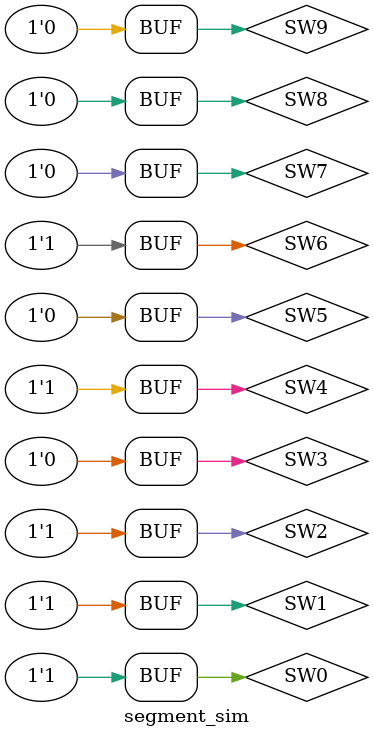
<source format=v>
`timescale 1ns / 1ps


module segment_sim(

    );
    //sim inputs
    reg SW0;
    reg SW1;
    reg SW2;
    reg SW3;
    reg SW4;
    reg SW5;
    reg SW6;
    reg SW7;
    reg SW8;
    reg SW9;
    
    //sim outputs 
    wire B; 
    wire D; 
    wire F;
    
    password segment_sim(SW0, SW1, SW2, SW3, SW4, SW5, SW6, SW7, SW8, SW9, B, D, F);
    
    initial begin
    SW0 = 1; SW1 = 1; SW2 = 1; SW3 = 0; SW4 = 1; SW5 = 0; SW6 = 1; SW7 = 0; SW8 = 0; SW9 = 0; #10;
    SW0 = 0; SW1 = 1; SW2 = 1; SW3 = 0; SW4 = 1; SW5 = 1; SW6 = 1; SW7 = 0; SW8 = 0; SW9 = 0; #10;
    SW0 = 1; SW1 = 0; SW2 = 0; SW3 = 0; SW4 = 1; SW5 = 0; SW6 = 1; SW7 = 0; SW8 = 0; SW9 = 1; #10;
    SW0 = 1; SW1 = 1; SW2 = 1; SW3 = 0; SW4 = 1; SW5 = 0; SW6 = 1; SW7 = 0; SW8 = 0; SW9 = 0; #10;
    end
endmodule

</source>
